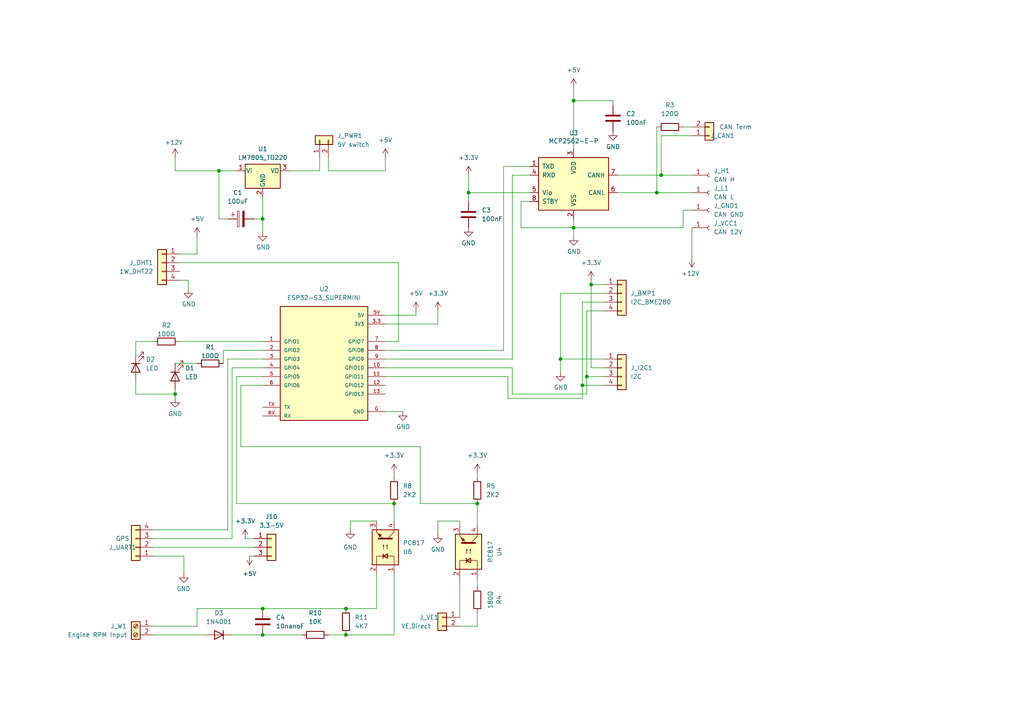
<source format=kicad_sch>
(kicad_sch (version 20231120) (generator "eeschema") (generator_version "8.0")
  (paper "A4")
  (lib_symbols
    (symbol "Connector:Conn_01x01_Socket" (pin_names (offset 1.016) hide)
      (property "Reference" "J" (at 0 2.54 0))
      (property "Value" "Conn_01x01_Socket" (at 0 -2.54 0))
      (symbol "Conn_01x01_Socket_1_1"
        (polyline (pts (xy -1.27 0) (xy -0.508 0)) (stroke (width 0.1524)))
        (arc (start 0 0.508) (mid -0.5058 0) (end 0 -0.508) (stroke (width 0.1524)))
        (pin passive line (at -5.08 0 0) (length 3.81) (name "Pin_1") (number "1"))
      )
    )
    (symbol "Connector:Screw_Terminal_01x02" (pin_names (offset 1.016) hide)
      (property "Reference" "J" (at 0 2.54 0))
      (property "Value" "Screw_Terminal_01x02" (at 0 -5.08 0))
      (symbol "Screw_Terminal_01x02_1_1"
        (rectangle (start -1.27 1.27) (end 1.27 -3.81) (stroke (width 0.254)) (fill (type background)))
        (circle (center 0 -2.54) (radius 0.635) (stroke (width 0.1524)))
        (polyline (pts (xy -0.5334 -2.2098) (xy 0.3302 -3.048)) (stroke (width 0.1524)))
        (polyline (pts (xy -0.5334 0.3302) (xy 0.3302 -0.508)) (stroke (width 0.1524)))
        (polyline (pts (xy -0.3556 -2.032) (xy 0.508 -2.8702)) (stroke (width 0.1524)))
        (polyline (pts (xy -0.3556 0.508) (xy 0.508 -0.3302)) (stroke (width 0.1524)))
        (circle (center 0 0) (radius 0.635) (stroke (width 0.1524)))
        (pin passive line (at -5.08 0 0) (length 3.81) (name "Pin_1") (number "1"))
        (pin passive line (at -5.08 -2.54 0) (length 3.81) (name "Pin_2") (number "2"))
      )
    )
    (symbol "Connector_Generic:Conn_01x02" (pin_names (offset 1.016) hide)
      (property "Reference" "J" (at 0 2.54 0))
      (property "Value" "Conn_01x02" (at 0 -5.08 0))
      (symbol "Conn_01x02_1_1"
        (rectangle (start -1.27 -2.413) (end 0 -2.667) (stroke (width 0.1524)))
        (rectangle (start -1.27 0.127) (end 0 -0.127) (stroke (width 0.1524)))
        (rectangle (start -1.27 1.27) (end 1.27 -3.81) (stroke (width 0.254)) (fill (type background)))
        (pin passive line (at -5.08 0 0) (length 3.81) (name "Pin_1") (number "1"))
        (pin passive line (at -5.08 -2.54 0) (length 3.81) (name "Pin_2") (number "2"))
      )
    )
    (symbol "Connector_Generic:Conn_01x03" (pin_names (offset 1.016) hide)
      (property "Reference" "J" (at 0 5.08 0))
      (property "Value" "Conn_01x03" (at 0 -5.08 0))
      (symbol "Conn_01x03_1_1"
        (rectangle (start -1.27 -2.413) (end 0 -2.667) (stroke (width 0.1524)))
        (rectangle (start -1.27 0.127) (end 0 -0.127) (stroke (width 0.1524)))
        (rectangle (start -1.27 2.667) (end 0 2.413) (stroke (width 0.1524)))
        (rectangle (start -1.27 3.81) (end 1.27 -3.81) (stroke (width 0.254)) (fill (type background)))
        (pin passive line (at -5.08 2.54 0) (length 3.81) (name "Pin_1") (number "1"))
        (pin passive line (at -5.08 0 0) (length 3.81) (name "Pin_2") (number "2"))
        (pin passive line (at -5.08 -2.54 0) (length 3.81) (name "Pin_3") (number "3"))
      )
    )
    (symbol "Connector_Generic:Conn_01x04" (pin_names (offset 1.016) hide)
      (property "Reference" "J" (at 0 5.08 0))
      (property "Value" "Conn_01x04" (at 0 -7.62 0))
      (symbol "Conn_01x04_1_1"
        (rectangle (start -1.27 -4.953) (end 0 -5.207) (stroke (width 0.1524)))
        (rectangle (start -1.27 -2.413) (end 0 -2.667) (stroke (width 0.1524)))
        (rectangle (start -1.27 0.127) (end 0 -0.127) (stroke (width 0.1524)))
        (rectangle (start -1.27 2.667) (end 0 2.413) (stroke (width 0.1524)))
        (rectangle (start -1.27 3.81) (end 1.27 -6.35) (stroke (width 0.254)) (fill (type background)))
        (pin passive line (at -5.08 2.54 0) (length 3.81) (name "Pin_1") (number "1"))
        (pin passive line (at -5.08 0 0) (length 3.81) (name "Pin_2") (number "2"))
        (pin passive line (at -5.08 -2.54 0) (length 3.81) (name "Pin_3") (number "3"))
        (pin passive line (at -5.08 -5.08 0) (length 3.81) (name "Pin_4") (number "4"))
      )
    )
    (symbol "Device:C" (pin_numbers hide) (pin_names (offset 0.254))
      (property "Reference" "C" (at 0.635 2.54 0))
      (property "Value" "C" (at 0.635 -2.54 0))
      (symbol "C_0_1"
        (polyline (pts (xy -2.032 -0.762) (xy 2.032 -0.762)) (stroke (width 0.508)))
        (polyline (pts (xy -2.032 0.762) (xy 2.032 0.762)) (stroke (width 0.508)))
      )
      (symbol "C_1_1"
        (pin passive line (at 0 3.81 270) (length 2.794) (name "~") (number "1"))
        (pin passive line (at 0 -3.81 90) (length 2.794) (name "~") (number "2"))
      )
    )
    (symbol "Device:C_Polarized" (pin_numbers hide) (pin_names (offset 0.254))
      (property "Reference" "C" (at 0.635 2.54 0))
      (property "Value" "C_Polarized" (at 0.635 -2.54 0))
      (symbol "C_Polarized_0_1"
        (rectangle (start -2.286 0.508) (end 2.286 1.016))
        (polyline (pts (xy -1.778 2.286) (xy -0.762 2.286)))
        (polyline (pts (xy -1.27 2.794) (xy -1.27 1.778)))
        (rectangle (start 2.286 -0.508) (end -2.286 -1.016) (fill (type outline)))
      )
      (symbol "C_Polarized_1_1"
        (pin passive line (at 0 3.81 270) (length 2.794) (name "~") (number "1"))
        (pin passive line (at 0 -3.81 90) (length 2.794) (name "~") (number "2"))
      )
    )
    (symbol "Device:LED" (pin_numbers hide) (pin_names (offset 1.016) hide)
      (property "Reference" "D" (at 0 2.54 0))
      (property "Value" "LED" (at 0 -2.54 0))
      (symbol "LED_0_1"
        (polyline (pts (xy -1.27 -1.27) (xy -1.27 1.27)) (stroke (width 0.254)))
        (polyline (pts (xy -1.27 0) (xy 1.27 0)))
        (polyline (pts (xy 1.27 -1.27) (xy 1.27 1.27) (xy -1.27 0) (xy 1.27 -1.27)) (stroke (width 0.254)))
        (polyline (pts (xy -3.048 -0.762) (xy -4.572 -2.286) (xy -3.81 -2.286) (xy -4.572 -2.286) (xy -4.572 -1.524)))
        (polyline (pts (xy -1.778 -0.762) (xy -3.302 -2.286) (xy -2.54 -2.286) (xy -3.302 -2.286) (xy -3.302 -1.524)))
      )
      (symbol "LED_1_1"
        (pin passive line (at -3.81 0 0) (length 2.54) (name "K") (number "1"))
        (pin passive line (at 3.81 0 180) (length 2.54) (name "A") (number "2"))
      )
    )
    (symbol "Device:R" (pin_numbers hide) (pin_names (offset 0))
      (property "Reference" "R" (at 2.032 0 90))
      (property "Value" "R" (at 0 0 90))
      (symbol "R_0_1"
        (rectangle (start -1.016 -2.54) (end 1.016 2.54) (stroke (width 0.254)))
      )
      (symbol "R_1_1"
        (pin passive line (at 0 3.81 270) (length 1.27) (name "~") (number "1"))
        (pin passive line (at 0 -3.81 90) (length 1.27) (name "~") (number "2"))
      )
    )
    (symbol "Diode:1N4001" (pin_numbers hide) (pin_names hide)
      (property "Reference" "D" (at 0 2.54 0))
      (property "Value" "1N4001" (at 0 -2.54 0))
      (symbol "1N4001_0_1"
        (polyline (pts (xy -1.27 1.27) (xy -1.27 -1.27)) (stroke (width 0.254)))
        (polyline (pts (xy 1.27 0) (xy -1.27 0)))
        (polyline (pts (xy 1.27 1.27) (xy 1.27 -1.27) (xy -1.27 0) (xy 1.27 1.27)) (stroke (width 0.254)))
      )
      (symbol "1N4001_1_1"
        (pin passive line (at -3.81 0 0) (length 2.54) (name "K") (number "1"))
        (pin passive line (at 3.81 0 180) (length 2.54) (name "A") (number "2"))
      )
    )
    (symbol "Espressif:ESP32-S3_SUPERMINI" (pin_names (offset 1.016))
      (property "Reference" "U" (at -12.7 16.002 0))
      (property "Value" "ESP32-S3_SUPERMINI" (at -12.7 -20.32 0))
      (symbol "ESP32-S3_SUPERMINI_0_0"
        (rectangle (start -12.7 -17.78) (end 12.7 15.24) (stroke (width 0.254)) (fill (type background)))
        (pin bidirectional line (at -17.78 5.08 0) (length 5.08) (name "GPIO1") (number "1"))
        (pin bidirectional line (at 17.78 -2.54 180) (length 5.08) (name "GPIO10") (number "10"))
        (pin bidirectional line (at -17.78 2.54 0) (length 5.08) (name "GPIO2") (number "2"))
        (pin bidirectional line (at -17.78 0 0) (length 5.08) (name "GPIO3") (number "3"))
        (pin power_in line (at 17.78 10.16 180) (length 5.08) (name "3V3") (number "3.3"))
        (pin bidirectional line (at -17.78 -2.54 0) (length 5.08) (name "GPIO4") (number "4"))
        (pin bidirectional line (at -17.78 -5.08 0) (length 5.08) (name "GPIO5") (number "5"))
        (pin power_in line (at 17.78 12.7 180) (length 5.08) (name "5V") (number "5V"))
        (pin bidirectional line (at -17.78 -7.62 0) (length 5.08) (name "GPIO6") (number "6"))
        (pin bidirectional line (at 17.78 5.08 180) (length 5.08) (name "GPIO7") (number "7"))
        (pin bidirectional line (at 17.78 2.54 180) (length 5.08) (name "GPIO8") (number "8"))
        (pin bidirectional line (at 17.78 0 180) (length 5.08) (name "GPIO9") (number "9"))
        (pin power_in line (at 17.78 -15.24 180) (length 5.08) (name "GND") (number "G"))
      )
      (symbol "ESP32-S3_SUPERMINI_1_0"
        (pin bidirectional line (at 17.78 -5.08 180) (length 5.08) (name "GPIO11") (number "11"))
        (pin bidirectional line (at 17.78 -7.62 180) (length 5.08) (name "GPIO12") (number "12"))
        (pin bidirectional line (at 17.78 -10.16 180) (length 5.08) (name "GPIO13") (number "13"))
        (pin bidirectional line (at -17.78 -16.51 0) (length 5.08) (name "RX") (number "RX"))
        (pin bidirectional line (at -17.78 -13.97 0) (length 5.08) (name "TX") (number "TX"))
      )
    )
    (symbol "GND_1" (power) (pin_numbers hide) (pin_names (offset 0) hide)
      (property "Value" "GND" (at 0 -3.81 0))
      (symbol "GND_1_0_1"
        (polyline (pts (xy 0 0) (xy 0 -1.27) (xy 1.27 -1.27) (xy 0 -2.54) (xy -1.27 -1.27) (xy 0 -1.27)))
      )
      (symbol "GND_1_1_1"
        (pin power_in line (at 0 0 270) (length 0) (name "~") (number "1"))
      )
    )
    (symbol "Interface_CAN_LIN:MCP2562-E-P" (pin_names (offset 1.016))
      (property "Reference" "U" (at -10.16 8.89 0))
      (property "Value" "MCP2562-E-P" (at 2.54 8.89 0))
      (symbol "MCP2562-E-P_0_1"
        (rectangle (start -10.16 7.62) (end 10.16 -7.62) (stroke (width 0.254)) (fill (type background)))
      )
      (symbol "MCP2562-E-P_1_1"
        (pin input line (at -12.7 5.08 0) (length 2.54) (name "TXD") (number "1"))
        (pin power_in line (at 0 -10.16 90) (length 2.54) (name "VSS") (number "2"))
        (pin power_in line (at 0 10.16 270) (length 2.54) (name "VDD") (number "3"))
        (pin output line (at -12.7 2.54 0) (length 2.54) (name "RXD") (number "4"))
        (pin power_in line (at -12.7 -2.54 0) (length 2.54) (name "Vio") (number "5"))
        (pin bidirectional line (at 12.7 -2.54 180) (length 2.54) (name "CANL") (number "6"))
        (pin bidirectional line (at 12.7 2.54 180) (length 2.54) (name "CANH") (number "7"))
        (pin input line (at -12.7 -5.08 0) (length 2.54) (name "STBY") (number "8"))
      )
    )
    (symbol "Isolator:PC817" (pin_names (offset 1.016))
      (property "Reference" "U" (at -5.08 5.08 0))
      (property "Value" "PC817" (at 0 5.08 0))
      (symbol "PC817_0_1"
        (rectangle (start -5.08 3.81) (end 5.08 -3.81) (stroke (width 0.254)) (fill (type background)))
        (polyline (pts (xy -3.175 -0.635) (xy -1.905 -0.635)) (stroke (width 0.254)))
        (polyline (pts (xy 2.54 0.635) (xy 4.445 2.54)))
        (polyline (pts (xy 4.445 -2.54) (xy 2.54 -0.635)) (fill (type outline)))
        (polyline (pts (xy 4.445 -2.54) (xy 5.08 -2.54)))
        (polyline (pts (xy 4.445 2.54) (xy 5.08 2.54)))
        (polyline (pts (xy -5.08 2.54) (xy -2.54 2.54) (xy -2.54 -0.635)))
        (polyline (pts (xy -2.54 -0.635) (xy -2.54 -2.54) (xy -5.08 -2.54)))
        (polyline (pts (xy 2.54 1.905) (xy 2.54 -1.905) (xy 2.54 -1.905)) (stroke (width 0.508)))
        (polyline (pts (xy -2.54 -0.635) (xy -3.175 0.635) (xy -1.905 0.635) (xy -2.54 -0.635)) (stroke (width 0.254)))
        (polyline (pts (xy -0.508 -0.508) (xy 0.762 -0.508) (xy 0.381 -0.635) (xy 0.381 -0.381) (xy 0.762 -0.508)))
        (polyline (pts (xy -0.508 0.508) (xy 0.762 0.508) (xy 0.381 0.381) (xy 0.381 0.635) (xy 0.762 0.508)))
        (polyline (pts (xy 3.048 -1.651) (xy 3.556 -1.143) (xy 4.064 -2.159) (xy 3.048 -1.651) (xy 3.048 -1.651)) (fill (type outline)))
      )
      (symbol "PC817_1_1"
        (pin passive line (at -7.62 2.54 0) (length 2.54) (name "~") (number "1"))
        (pin passive line (at -7.62 -2.54 0) (length 2.54) (name "~") (number "2"))
        (pin passive line (at 7.62 -2.54 180) (length 2.54) (name "~") (number "3"))
        (pin passive line (at 7.62 2.54 180) (length 2.54) (name "~") (number "4"))
      )
    )
    (symbol "Regulator_Linear:LM7805_TO220" (pin_names (offset 0.254))
      (property "Reference" "U" (at -3.81 3.175 0))
      (property "Value" "LM7805_TO220" (at 0 3.175 0))
      (symbol "LM7805_TO220_0_1"
        (rectangle (start -5.08 1.905) (end 5.08 -5.08) (stroke (width 0.254)) (fill (type background)))
      )
      (symbol "LM7805_TO220_1_1"
        (pin power_in line (at -7.62 0 0) (length 2.54) (name "VI") (number "1"))
        (pin power_in line (at 0 -7.62 90) (length 2.54) (name "GND") (number "2"))
        (pin power_out line (at 7.62 0 180) (length 2.54) (name "VO") (number "3"))
      )
    )
    (symbol "power:+12V" (power) (pin_names (offset 0))
      (property "Value" "+12V" (at 0 3.556 0))
      (symbol "+12V_0_1"
        (polyline (pts (xy -0.762 1.27) (xy 0 2.54)))
        (polyline (pts (xy 0 0) (xy 0 2.54)))
        (polyline (pts (xy 0 2.54) (xy 0.762 1.27)))
      )
      (symbol "+12V_1_1"
        (pin power_in line (at 0 0 90) (length 0) hide (name "+12V") (number "1"))
      )
    )
    (symbol "power:+3.3V" (power) (pin_names (offset 0))
      (property "Value" "+3.3V" (at 0 3.556 0))
      (symbol "+3.3V_0_1"
        (polyline (pts (xy -0.762 1.27) (xy 0 2.54)))
        (polyline (pts (xy 0 0) (xy 0 2.54)))
        (polyline (pts (xy 0 2.54) (xy 0.762 1.27)))
      )
      (symbol "+3.3V_1_1"
        (pin power_in line (at 0 0 90) (length 0) hide (name "+3.3V") (number "1"))
      )
    )
    (symbol "power:+5V" (power) (pin_names (offset 0))
      (property "Value" "+5V" (at 0 3.556 0))
      (symbol "+5V_0_1"
        (polyline (pts (xy -0.762 1.27) (xy 0 2.54)))
        (polyline (pts (xy 0 0) (xy 0 2.54)))
        (polyline (pts (xy 0 2.54) (xy 0.762 1.27)))
      )
      (symbol "+5V_1_1"
        (pin power_in line (at 0 0 90) (length 0) hide (name "+5V") (number "1"))
      )
    )
    (symbol "power:GND" (power) (pin_names (offset 0))
      (property "Value" "GND" (at 0 -3.81 0))
      (symbol "GND_0_1"
        (polyline (pts (xy 0 0) (xy 0 -1.27) (xy 1.27 -1.27) (xy 0 -2.54) (xy -1.27 -1.27) (xy 0 -1.27)))
      )
      (symbol "GND_1_1"
        (pin power_in line (at 0 0 270) (length 0) hide (name "GND") (number "1"))
      )
    )
  )
  (junction (at 135.89 55.88))
  (junction (at 50.8 114.3))
  (junction (at 76.2 184.15))
  (junction (at 100.33 176.53))
  (junction (at 166.37 66.04))
  (junction (at 100.33 184.15))
  (junction (at 162.56 104.14))
  (junction (at 168.91 111.76))
  (junction (at 166.37 29.21))
  (junction (at 114.3 146.05))
  (junction (at 191.77 50.8))
  (junction (at 63.5 49.53))
  (junction (at 170.18 109.22))
  (junction (at 171.45 82.55))
  (junction (at 76.2 63.5))
  (junction (at 76.2 176.53))
  (junction (at 190.5 55.88))
  (junction (at 138.43 146.05))
  (wire (pts (xy 111.76 91.44) (xy 120.65 91.44)))
  (wire (pts (xy 54.61 81.28) (xy 54.61 83.82)))
  (wire (pts (xy 57.15 181.61) (xy 44.45 181.61)))
  (wire (pts (xy 170.18 90.17) (xy 170.18 109.22)))
  (wire (pts (xy 151.13 58.42) (xy 153.67 58.42)))
  (wire (pts (xy 162.56 104.14) (xy 175.26 104.14)))
  (wire (pts (xy 148.59 50.8) (xy 148.59 104.14)))
  (wire (pts (xy 151.13 66.04) (xy 166.37 66.04)))
  (wire (pts (xy 135.89 55.88) (xy 153.67 55.88)))
  (wire (pts (xy 39.37 99.06) (xy 39.37 102.87)))
  (wire (pts (xy 168.91 111.76) (xy 175.26 111.76)))
  (wire (pts (xy 146.05 48.26) (xy 146.05 101.6)))
  (wire (pts (xy 191.77 39.37) (xy 191.77 50.8)))
  (wire (pts (xy 151.13 58.42) (xy 151.13 66.04)))
  (wire (pts (xy 168.91 111.76) (xy 168.91 115.57)))
  (wire (pts (xy 111.76 109.22) (xy 147.32 109.22)))
  (wire (pts (xy 147.32 109.22) (xy 147.32 115.57)))
  (wire (pts (xy 52.07 73.66) (xy 57.15 73.66)))
  (wire (pts (xy 76.2 184.15) (xy 87.63 184.15)))
  (wire (pts (xy 190.5 36.83) (xy 190.5 55.88)))
  (wire (pts (xy 50.8 49.53) (xy 63.5 49.53)))
  (wire (pts (xy 114.3 137.16) (xy 114.3 138.43)))
  (wire (pts (xy 177.8 30.48) (xy 177.8 29.21)))
  (wire (pts (xy 115.57 99.06) (xy 115.57 76.2)))
  (wire (pts (xy 166.37 29.21) (xy 177.8 29.21)))
  (wire (pts (xy 200.66 66.04) (xy 200.66 74.93)))
  (wire (pts (xy 83.82 49.53) (xy 92.71 49.53)))
  (wire (pts (xy 66.04 104.14) (xy 66.04 153.67)))
  (wire (pts (xy 114.3 146.05) (xy 114.3 151.13)))
  (wire (pts (xy 109.22 151.13) (xy 101.6 151.13)))
  (wire (pts (xy 147.32 115.57) (xy 168.91 115.57)))
  (wire (pts (xy 127 151.13) (xy 127 154.94)))
  (wire (pts (xy 109.22 176.53) (xy 100.33 176.53)))
  (wire (pts (xy 138.43 167.64) (xy 138.43 170.18)))
  (wire (pts (xy 111.76 106.68) (xy 148.59 106.68)))
  (wire (pts (xy 138.43 138.43) (xy 138.43 137.16)))
  (wire (pts (xy 63.5 49.53) (xy 68.58 49.53)))
  (wire (pts (xy 64.77 101.6) (xy 76.2 101.6)))
  (wire (pts (xy 67.31 184.15) (xy 76.2 184.15)))
  (wire (pts (xy 95.25 184.15) (xy 100.33 184.15)))
  (wire (pts (xy 200.66 36.83) (xy 198.12 36.83)))
  (wire (pts (xy 57.15 176.53) (xy 57.15 181.61)))
  (wire (pts (xy 170.18 90.17) (xy 175.26 90.17)))
  (wire (pts (xy 133.35 152.4) (xy 133.35 151.13)))
  (wire (pts (xy 170.18 114.3) (xy 170.18 109.22)))
  (wire (pts (xy 111.76 101.6) (xy 146.05 101.6)))
  (wire (pts (xy 162.56 85.09) (xy 162.56 104.14)))
  (wire (pts (xy 133.35 167.64) (xy 133.35 179.07)))
  (wire (pts (xy 175.26 82.55) (xy 171.45 82.55)))
  (wire (pts (xy 69.85 129.54) (xy 121.92 129.54)))
  (wire (pts (xy 52.07 76.2) (xy 115.57 76.2)))
  (wire (pts (xy 50.8 113.03) (xy 50.8 114.3)))
  (wire (pts (xy 66.04 104.14) (xy 76.2 104.14)))
  (wire (pts (xy 121.92 129.54) (xy 121.92 146.05)))
  (wire (pts (xy 138.43 177.8) (xy 138.43 181.61)))
  (wire (pts (xy 67.31 106.68) (xy 67.31 156.21)))
  (wire (pts (xy 44.45 158.75) (xy 73.66 158.75)))
  (wire (pts (xy 44.45 156.21) (xy 67.31 156.21)))
  (wire (pts (xy 111.76 45.72) (xy 111.76 49.53)))
  (wire (pts (xy 50.8 45.72) (xy 50.8 49.53)))
  (wire (pts (xy 200.66 60.96) (xy 198.12 60.96)))
  (wire (pts (xy 200.66 50.8) (xy 191.77 50.8)))
  (wire (pts (xy 166.37 29.21) (xy 166.37 43.18)))
  (wire (pts (xy 68.58 109.22) (xy 76.2 109.22)))
  (wire (pts (xy 171.45 82.55) (xy 171.45 106.68)))
  (wire (pts (xy 92.71 45.72) (xy 92.71 49.53)))
  (wire (pts (xy 120.65 91.44) (xy 120.65 90.17)))
  (wire (pts (xy 50.8 114.3) (xy 50.8 115.57)))
  (wire (pts (xy 69.85 111.76) (xy 76.2 111.76)))
  (wire (pts (xy 148.59 50.8) (xy 153.67 50.8)))
  (wire (pts (xy 200.66 39.37) (xy 191.77 39.37)))
  (wire (pts (xy 111.76 93.98) (xy 127 93.98)))
  (wire (pts (xy 198.12 60.96) (xy 198.12 66.04)))
  (wire (pts (xy 146.05 48.26) (xy 153.67 48.26)))
  (wire (pts (xy 121.92 146.05) (xy 138.43 146.05)))
  (wire (pts (xy 116.84 119.38) (xy 111.76 119.38)))
  (wire (pts (xy 171.45 81.28) (xy 171.45 82.55)))
  (wire (pts (xy 111.76 104.14) (xy 148.59 104.14)))
  (wire (pts (xy 95.25 49.53) (xy 111.76 49.53)))
  (wire (pts (xy 166.37 63.5) (xy 166.37 66.04)))
  (wire (pts (xy 190.5 55.88) (xy 200.66 55.88)))
  (wire (pts (xy 166.37 66.04) (xy 198.12 66.04)))
  (wire (pts (xy 111.76 99.06) (xy 115.57 99.06)))
  (wire (pts (xy 166.37 66.04) (xy 166.37 68.58)))
  (wire (pts (xy 52.07 99.06) (xy 76.2 99.06)))
  (wire (pts (xy 179.07 50.8) (xy 191.77 50.8)))
  (wire (pts (xy 162.56 104.14) (xy 162.56 107.95)))
  (wire (pts (xy 100.33 184.15) (xy 114.3 184.15)))
  (wire (pts (xy 76.2 57.15) (xy 76.2 63.5)))
  (wire (pts (xy 168.91 87.63) (xy 168.91 111.76)))
  (wire (pts (xy 63.5 63.5) (xy 66.04 63.5)))
  (wire (pts (xy 148.59 114.3) (xy 170.18 114.3)))
  (wire (pts (xy 175.26 106.68) (xy 171.45 106.68)))
  (wire (pts (xy 109.22 166.37) (xy 109.22 176.53)))
  (wire (pts (xy 135.89 55.88) (xy 135.89 58.42)))
  (wire (pts (xy 114.3 166.37) (xy 114.3 184.15)))
  (wire (pts (xy 162.56 85.09) (xy 175.26 85.09)))
  (wire (pts (xy 64.77 101.6) (xy 64.77 105.41)))
  (wire (pts (xy 39.37 99.06) (xy 44.45 99.06)))
  (wire (pts (xy 101.6 151.13) (xy 101.6 153.67)))
  (wire (pts (xy 135.89 50.8) (xy 135.89 55.88)))
  (wire (pts (xy 57.15 68.58) (xy 57.15 73.66)))
  (wire (pts (xy 73.66 63.5) (xy 76.2 63.5)))
  (wire (pts (xy 133.35 181.61) (xy 138.43 181.61)))
  (wire (pts (xy 166.37 25.4) (xy 166.37 29.21)))
  (wire (pts (xy 69.85 129.54) (xy 69.85 111.76)))
  (wire (pts (xy 95.25 45.72) (xy 95.25 49.53)))
  (wire (pts (xy 53.34 161.29) (xy 53.34 166.37)))
  (wire (pts (xy 148.59 106.68) (xy 148.59 114.3)))
  (wire (pts (xy 54.61 81.28) (xy 52.07 81.28)))
  (wire (pts (xy 44.45 153.67) (xy 66.04 153.67)))
  (wire (pts (xy 39.37 110.49) (xy 39.37 114.3)))
  (wire (pts (xy 57.15 176.53) (xy 76.2 176.53)))
  (wire (pts (xy 138.43 152.4) (xy 138.43 146.05)))
  (wire (pts (xy 168.91 87.63) (xy 175.26 87.63)))
  (wire (pts (xy 72.39 161.29) (xy 73.66 161.29)))
  (wire (pts (xy 127 90.17) (xy 127 93.98)))
  (wire (pts (xy 68.58 146.05) (xy 68.58 109.22)))
  (wire (pts (xy 44.45 161.29) (xy 53.34 161.29)))
  (wire (pts (xy 76.2 63.5) (xy 76.2 67.31)))
  (wire (pts (xy 44.45 184.15) (xy 59.69 184.15)))
  (wire (pts (xy 50.8 105.41) (xy 57.15 105.41)))
  (wire (pts (xy 68.58 146.05) (xy 114.3 146.05)))
  (wire (pts (xy 133.35 151.13) (xy 127 151.13)))
  (wire (pts (xy 179.07 55.88) (xy 190.5 55.88)))
  (wire (pts (xy 73.66 156.21) (xy 71.12 156.21)))
  (wire (pts (xy 39.37 114.3) (xy 50.8 114.3)))
  (wire (pts (xy 76.2 176.53) (xy 100.33 176.53)))
  (wire (pts (xy 76.2 106.68) (xy 67.31 106.68)))
  (wire (pts (xy 63.5 49.53) (xy 63.5 63.5)))
  (wire (pts (xy 170.18 109.22) (xy 175.26 109.22)))
  (symbol (lib_id "power:GND") (at 76.2 67.31 0) (unit 1)
    (property "Reference" "#PWR04" (effects (hide yes)))
    (property "Value" "GND" (at 76.327 71.7042 0))
  )
  (symbol (lib_id "power:+12V") (at 50.8 45.72 0) (mirror y) (unit 1)
    (property "Reference" "#PWR01" (effects (hide yes)))
    (property "Value" "+12V" (at 50.419 41.3258 0))
  )
  (symbol (lib_id "Interface_CAN_LIN:MCP2562-E-P") (at 166.37 53.34 0) (unit 1)
    (property "Reference" "U3" (at 166.37 38.5826 0))
    (property "Value" "MCP2562-E-P" (at 166.37 40.894 0))
    (property "Footprint" "Package_DIP:DIP-8_W7.62mm" (effects (hide yes)))
    (property "Datasheet" "http://ww1.microchip.com/downloads/en/DeviceDoc/25167A.pdf" (effects (hide yes)))
  )
  (symbol (lib_id "power:GND") (at 166.37 68.58 0) (unit 1)
    (property "Reference" "#PWR0102" (effects (hide yes)))
    (property "Value" "GND" (at 166.497 72.9742 0))
  )
  (symbol (lib_id "power:+5V") (at 72.39 161.29 180) (unit 1)
    (property "Reference" "#PWR019" (effects (hide yes)))
    (property "Value" "+5V" (at 72.39 166.37 0))
  )
  (symbol (lib_id "Device:R") (at 114.3 142.24 0) (unit 1)
    (property "Reference" "R8" (at 116.84 140.9699 0) (effects (justify left)))
    (property "Value" "2K2" (at 116.84 143.5099 0) (effects (justify left)))
    (property "Footprint" "Resistor_THT:R_Axial_DIN0207_L6.3mm_D2.5mm_P7.62mm_Horizontal" (effects (hide yes)))
    (property "Description" "Resistor" (effects (hide yes)))
  )
  (symbol (lib_id "power:+3.3V") (at 138.43 137.16 0) (unit 1)
    (property "Reference" "#PWR017" (effects (hide yes)))
    (property "Value" "+3.3V" (at 138.43 132.08 0))
  )
  (symbol (lib_id "power:+3.3V") (at 114.3 137.16 0) (unit 1)
    (property "Reference" "#PWR020" (effects (hide yes)))
    (property "Value" "+3.3V" (at 114.3 132.08 0))
  )
  (symbol (lib_id "Espressif:ESP32-S3_SUPERMINI") (at 93.98 104.14 0) (unit 1)
    (property "Reference" "U2" (at 93.98 83.82 0))
    (property "Value" "ESP32-S3_SUPERMINI" (at 93.98 86.36 0))
    (property "Footprint" "Library:WAVESHARE_DEVKIT_ESP32-S3-ZERO" (effects (hide yes)))
    (property "MF" "Espressif Systems" (effects (hide yes)))
    (property "MAXIMUM_PACKAGE_HEIGHT" "4.2mm" (effects (hide yes)))
    (property "Package" "Package" (effects (hide yes)))
    (property "Price" "None" (effects (hide yes)))
    (property "STANDARD" "Manufacturer Recommendations" (effects (hide yes)))
    (property "MP" "ESP32-S3 SuperMini" (effects (hide yes)))
    (property "Description_1" "Super tiny ESP32-S3 board\n" (effects (hide yes)))
    (property "Availability" "Not in stock" (effects (hide yes)))
    (property "MANUFACTURER" "Espressif" (effects (hide yes)))
  )
  (symbol (lib_id "power:+3.3V") (at 71.12 156.21 0) (mirror y) (unit 1)
    (property "Reference" "#PWR09" (effects (hide yes)))
    (property "Value" "+3.3V" (at 71.12 151.13 0))
  )
  (symbol (lib_id "Connector_Generic:Conn_01x02") (at 128.27 179.07 0) (mirror y) (unit 1)
    (property "Reference" "J_VE1" (at 124.46 179.07 0))
    (property "Value" "VE.Direct" (at 120.65 181.61 0))
    (property "Footprint" "Connector_JST:JST_PH_B2B-PH-K_1x02_P2.00mm_Vertical" (effects (hide yes)))
  )
  (symbol (lib_id "Isolator:PC817") (at 111.76 158.75 270) (mirror x) (unit 1)
    (property "Reference" "U6" (at 116.84 160.0201 90) (effects (justify left)))
    (property "Value" "PC817" (at 116.84 157.4801 90) (effects (justify left)))
    (property "Footprint" "Package_DIP:DIP-4_W7.62mm" (effects (hide yes)))
    (property "Datasheet" "http://www.soselectronic.cz/a_info/resource/d/pc817.pdf" (effects (hide yes)))
    (property "Description" "DC Optocoupler, Vce 35V, CTR 50-300%, DIP-4" (effects (hide yes)))
  )
  (symbol (lib_id "power:+5V") (at 111.76 45.72 0) (unit 1)
    (property "Reference" "#PWR014" (effects (hide yes)))
    (property "Value" "+5V" (at 111.76 40.64 0))
  )
  (symbol (lib_id "Device:R") (at 138.43 173.99 0) (unit 1)
    (property "Reference" "R4" (at 144.78 173.99 90))
    (property "Value" "180Ω" (at 142.24 173.99 90))
    (property "Footprint" "Resistor_THT:R_Axial_DIN0207_L6.3mm_D2.5mm_P7.62mm_Horizontal" (effects (hide yes)))
  )
  (symbol (lib_id "power:GND") (at 116.84 119.38 0) (unit 1)
    (property "Reference" "#PWR05" (effects (hide yes)))
    (property "Value" "GND" (at 116.967 123.7742 0))
  )
  (symbol (lib_id "power:+3.3V") (at 127 90.17 0) (unit 1)
    (property "Reference" "#PWR010" (effects (hide yes)))
    (property "Value" "+3.3V" (at 127 85.09 0))
  )
  (symbol (lib_id "Connector_Generic:Conn_01x04") (at 180.34 85.09 0) (unit 1)
    (property "Reference" "J_BMP1" (at 182.88 85.0899 0) (effects (justify left)))
    (property "Value" "I2C_BME280" (at 182.88 87.6299 0) (effects (justify left)))
    (property "Footprint" "Connector_PinHeader_2.54mm:PinHeader_1x04_P2.54mm_Vertical" (effects (hide yes)))
  )
  (symbol (lib_id "Isolator:PC817") (at 135.89 160.02 270) (mirror x) (unit 1)
    (property "Reference" "U4" (at 144.78 160.02 0))
    (property "Value" "PC817" (at 142.24 160.02 0))
    (property "Footprint" "Package_DIP:DIP-4_W7.62mm" (effects (hide yes)))
    (property "Datasheet" "http://www.soselectronic.cz/a_info/resource/d/pc817.pdf" (effects (hide yes)))
  )
  (symbol (lib_id "power:+3.3V") (at 171.45 81.28 0) (unit 1)
    (property "Reference" "#PWR012" (effects (hide yes)))
    (property "Value" "+3.3V" (at 171.45 76.2 0))
  )
  (symbol (lib_id "Connector_Generic:Conn_01x02") (at 205.74 39.37 0) (mirror x) (unit 1)
    (property "Reference" "J_CAN1" (at 209.55 39.37 0))
    (property "Value" "CAN Term" (at 213.36 36.83 0))
    (property "Footprint" "Connector_PinHeader_2.54mm:PinHeader_1x02_P2.54mm_Vertical" (effects (hide yes)))
  )
  (symbol (lib_id "power:GND") (at 53.34 166.37 0) (mirror y) (unit 1)
    (property "Reference" "#PWR07" (effects (hide yes)))
    (property "Value" "GND" (at 53.213 170.7642 0))
  )
  (symbol (lib_id "power:+5V") (at 57.15 68.58 0) (unit 1)
    (property "Reference" "#PWR016" (effects (hide yes)))
    (property "Value" "+5V" (at 57.15 63.5 0))
  )
  (symbol (lib_id "power:GND") (at 177.8 38.1 0) (unit 1)
    (property "Reference" "#PWR02" (effects (hide yes)))
    (property "Value" "GND" (at 177.8 42.5434 0))
  )
  (symbol (lib_id "Device:R") (at 60.96 105.41 90) (unit 1)
    (property "Reference" "R1" (at 60.96 100.6942 90))
    (property "Value" "100Ω" (at 60.96 103.2311 90))
    (property "Footprint" "Resistor_THT:R_Axial_DIN0207_L6.3mm_D2.5mm_P7.62mm_Horizontal" (effects (hide yes)))
  )
  (symbol (lib_id "Connector:Conn_01x01_Socket") (at 205.74 50.8 0) (unit 1)
    (property "Reference" "J_H1" (at 207.01 49.5299 0) (effects (justify left)))
    (property "Value" "CAN H" (at 207.01 52.0699 0) (effects (justify left)))
    (property "Footprint" "MountingHole:MountingHole_2.2mm_M2_DIN965_Pad_TopBottom" (effects (hide yes)))
    (property "Description" "Generic connector, single row, 01x01, script generated" (effects (hide yes)))
  )
  (symbol (lib_id "Device:R") (at 138.43 142.24 0) (unit 1)
    (property "Reference" "R5" (at 140.97 140.9699 0) (effects (justify left)))
    (property "Value" "2K2" (at 140.97 143.5099 0) (effects (justify left)))
    (property "Footprint" "Resistor_THT:R_Axial_DIN0207_L6.3mm_D2.5mm_P7.62mm_Horizontal" (effects (hide yes)))
  )
  (symbol (lib_id "Connector_Generic:Conn_01x04") (at 180.34 106.68 0) (unit 1)
    (property "Reference" "J_I2C1" (at 182.88 106.6799 0) (effects (justify left)))
    (property "Value" "I2C" (at 182.88 109.2199 0) (effects (justify left)))
    (property "Footprint" "Connector_JST:JST_PH_B4B-PH-K_1x04_P2.00mm_Vertical" (effects (hide yes)))
  )
  (symbol (lib_id "Device:C") (at 76.2 180.34 0) (unit 1)
    (property "Reference" "C4" (at 80.01 179.0699 0) (effects (justify left)))
    (property "Value" "10nanoF" (at 80.01 181.6099 0) (effects (justify left)))
    (property "Footprint" "Capacitor_THT:C_Disc_D7.0mm_W2.5mm_P5.00mm" (effects (hide yes)))
    (property "Description" "Unpolarized capacitor" (effects (hide yes)))
  )
  (symbol (lib_id "power:+12V") (at 200.66 74.93 180) (unit 1)
    (property "Reference" "#PWR03" (effects (hide yes)))
    (property "Value" "+12V" (at 200.279 79.3242 0))
  )
  (symbol (lib_id "Device:R") (at 48.26 99.06 90) (unit 1)
    (property "Reference" "R2" (at 48.26 94.3442 90))
    (property "Value" "100Ω" (at 48.26 96.8811 90))
    (property "Footprint" "Resistor_THT:R_Axial_DIN0207_L6.3mm_D2.5mm_P7.62mm_Horizontal" (effects (hide yes)))
  )
  (symbol (lib_id "Connector:Conn_01x01_Socket") (at 205.74 60.96 0) (unit 1)
    (property "Reference" "J_GND1" (at 207.01 59.6899 0) (effects (justify left)))
    (property "Value" "CAN GND" (at 207.01 62.2299 0) (effects (justify left)))
    (property "Footprint" "MountingHole:MountingHole_2.2mm_M2_DIN965_Pad_TopBottom" (effects (hide yes)))
    (property "Description" "Generic connector, single row, 01x01, script generated" (effects (hide yes)))
  )
  (symbol (lib_id "Device:R") (at 100.33 180.34 180) (unit 1)
    (property "Reference" "R11" (at 102.87 179.0699 0) (effects (justify right)))
    (property "Value" "4K7" (at 102.87 181.6099 0) (effects (justify right)))
    (property "Footprint" "Resistor_THT:R_Axial_DIN0207_L6.3mm_D2.5mm_P7.62mm_Horizontal" (effects (hide yes)))
    (property "Description" "Resistor" (effects (hide yes)))
  )
  (symbol (lib_id "Connector_Generic:Conn_01x02") (at 92.71 40.64 90) (unit 1)
    (property "Reference" "J_PWR1" (at 97.79 39.37 90) (effects (justify right)))
    (property "Value" "5V switch" (at 97.79 41.91 90) (effects (justify right)))
    (property "Footprint" "Connector_PinHeader_2.54mm:PinHeader_1x02_P2.54mm_Vertical" (effects (hide yes)))
  )
  (symbol (lib_id "Regulator_Linear:LM7805_TO220") (at 76.2 49.53 0) (unit 1)
    (property "Reference" "U1" (at 76.2 43.18 0))
    (property "Value" "LM7805_TO220" (at 76.2 45.72 0))
    (property "Footprint" "Package_TO_SOT_THT:TO-220-3_Vertical" (effects (hide yes)))
    (property "Datasheet" "https://www.onsemi.cn/PowerSolutions/document/MC7800-D.PDF" (effects (hide yes)))
    (property "Description" "Positive 1A 35V Linear Regulator, Fixed Output 5V, TO-220" (effects (hide yes)))
  )
  (symbol (lib_id "power:+5V") (at 120.65 90.17 0) (unit 1)
    (property "Reference" "#PWR013" (effects (hide yes)))
    (property "Value" "+5V" (at 120.65 85.09 0))
  )
  (symbol (lib_id "power:+3.3V") (at 135.89 50.8 0) (unit 1)
    (property "Reference" "#PWR011" (effects (hide yes)))
    (property "Value" "+3.3V" (at 135.89 45.72 0))
  )
  (symbol (lib_id "power:GND") (at 54.61 83.82 0) (unit 1)
    (property "Reference" "#PWR0101" (effects (hide yes)))
    (property "Value" "GND" (at 54.737 88.2142 0))
  )
  (symbol (lib_id "Connector:Conn_01x01_Socket") (at 205.74 66.04 0) (unit 1)
    (property "Reference" "J_VCC1" (at 207.01 64.7699 0) (effects (justify left)))
    (property "Value" "CAN 12V" (at 207.01 67.3099 0) (effects (justify left)))
    (property "Footprint" "MountingHole:MountingHole_2.2mm_M2_DIN965_Pad_TopBottom" (effects (hide yes)))
    (property "Description" "Generic connector, single row, 01x01, script generated" (effects (hide yes)))
  )
  (symbol (lib_id "Device:LED") (at 39.37 106.68 90) (mirror x) (unit 1)
    (property "Reference" "D2" (at 42.291 104.2578 90) (effects (justify right)))
    (property "Value" "LED" (at 42.291 106.7947 90) (effects (justify right)))
    (property "Footprint" "LED_THT:LED_D3.0mm" (effects (hide yes)))
  )
  (symbol (lib_id "power:+5V") (at 166.37 25.4 0) (unit 1)
    (property "Reference" "#PWR015" (effects (hide yes)))
    (property "Value" "+5V" (at 166.37 20.32 0))
  )
  (symbol (lib_id "Connector_Generic:Conn_01x04") (at 46.99 76.2 0) (mirror y) (unit 1)
    (property "Reference" "J_DHT1" (at 44.45 76.1999 0) (effects (justify left)))
    (property "Value" "1W_DHT22" (at 44.45 78.7399 0) (effects (justify left)))
    (property "Footprint" "Connector_JST:JST_PH_B4B-PH-K_1x04_P2.00mm_Vertical" (effects (hide yes)))
  )
  (symbol (lib_id "Device:C") (at 177.8 34.29 0) (unit 1)
    (property "Reference" "C2" (at 181.61 33.0199 0) (effects (justify left)))
    (property "Value" "100nF" (at 181.61 35.5599 0) (effects (justify left)))
    (property "Footprint" "Capacitor_THT:C_Disc_D4.3mm_W1.9mm_P5.00mm" (effects (hide yes)))
  )
  (symbol (lib_id "Device:LED") (at 50.8 109.22 90) (mirror x) (unit 1)
    (property "Reference" "D1" (at 53.721 106.7978 90) (effects (justify right)))
    (property "Value" "LED" (at 53.721 109.3347 90) (effects (justify right)))
    (property "Footprint" "LED_THT:LED_D3.0mm" (effects (hide yes)))
  )
  (symbol (lib_id "Connector:Screw_Terminal_01x02") (at 39.37 181.61 0) (mirror y) (unit 1)
    (property "Reference" "J_W1" (at 36.83 181.6099 0) (effects (justify left)))
    (property "Value" "Engine RPM Input" (at 36.83 184.1499 0) (effects (justify left)))
    (property "Footprint" "TerminalBlock_Phoenix:TerminalBlock_Phoenix_MKDS-1,5-2_1x02_P5.00mm_Horizontal" (effects (hide yes)))
    (property "Description" "Generic screw terminal, single row, 01x02, script generated (kicad-library-utils/schlib/autogen/connector/)" (effects (hide yes)))
  )
  (symbol (lib_name "GND_1") (lib_id "power:GND") (at 101.6 153.67 0) (unit 1)
    (property "Reference" "#PWR021" (effects (hide yes)))
    (property "Value" "GND" (at 101.6 158.75 0))
    (property "Description" "Power symbol creates a global label with name \"GND\" , ground" (effects (hide yes)))
  )
  (symbol (lib_id "power:GND") (at 135.89 66.04 0) (unit 1)
    (property "Reference" "#PWR08" (effects (hide yes)))
    (property "Value" "GND" (at 135.89 70.4834 0))
  )
  (symbol (lib_id "power:GND") (at 162.56 107.95 0) (unit 1)
    (property "Reference" "#PWR06" (effects (hide yes)))
    (property "Value" "GND" (at 162.687 112.3442 0))
  )
  (symbol (lib_id "Device:C") (at 135.89 62.23 0) (unit 1)
    (property "Reference" "C3" (at 139.7 60.9599 0) (effects (justify left)))
    (property "Value" "100nF" (at 139.7 63.4999 0) (effects (justify left)))
    (property "Footprint" "Capacitor_THT:C_Disc_D4.3mm_W1.9mm_P5.00mm" (effects (hide yes)))
  )
  (symbol (lib_id "Device:C_Polarized") (at 69.85 63.5 90) (mirror x) (unit 1)
    (property "Reference" "C1" (at 68.961 55.88 90))
    (property "Value" "100uF" (at 68.961 58.42 90))
    (property "Footprint" "Capacitor_THT:CP_Radial_D10.0mm_P5.00mm" (effects (hide yes)))
  )
  (symbol (lib_id "Connector:Conn_01x01_Socket") (at 205.74 55.88 0) (unit 1)
    (property "Reference" "J_L1" (at 207.01 54.6099 0) (effects (justify left)))
    (property "Value" "CAN L" (at 207.01 57.1499 0) (effects (justify left)))
    (property "Footprint" "MountingHole:MountingHole_2.2mm_M2_DIN965_Pad_TopBottom" (effects (hide yes)))
    (property "Description" "Generic connector, single row, 01x01, script generated" (effects (hide yes)))
  )
  (symbol (lib_id "Device:R") (at 91.44 184.15 270) (unit 1)
    (property "Reference" "R10" (at 91.44 177.8 90))
    (property "Value" "10K" (at 91.44 180.34 90))
    (property "Footprint" "Resistor_THT:R_Axial_DIN0207_L6.3mm_D2.5mm_P7.62mm_Horizontal" (effects (hide yes)))
    (property "Description" "Resistor" (effects (hide yes)))
  )
  (symbol (lib_id "power:GND") (at 127 154.94 0) (unit 1)
    (property "Reference" "#PWR018" (effects (hide yes)))
    (property "Value" "GND" (at 127 159.3834 0))
  )
  (symbol (lib_id "Diode:1N4001") (at 63.5 184.15 180) (unit 1)
    (property "Reference" "D3" (at 63.5 177.8 0))
    (property "Value" "1N4001" (at 63.5 180.34 0))
    (property "Footprint" "Diode_THT:D_DO-41_SOD81_P10.16mm_Horizontal" (effects (hide yes)))
    (property "Datasheet" "http://www.vishay.com/docs/88503/1n4001.pdf" (effects (hide yes)))
    (property "Description" "50V 1A General Purpose Rectifier Diode, DO-41" (effects (hide yes)))
    (property "Sim.Device" "D" (effects (hide yes)))
    (property "Sim.Pins" "1=K 2=A" (effects (hide yes)))
  )
  (symbol (lib_id "Connector_Generic:Conn_01x03") (at 78.74 158.75 0) (unit 1)
    (property "Reference" "J10" (at 78.74 149.86 0))
    (property "Value" "3.3-5V" (at 78.74 152.4 0))
    (property "Footprint" "Connector_PinHeader_2.54mm:PinHeader_1x03_P2.54mm_Vertical" (effects (hide yes)))
  )
  (symbol (lib_id "Connector_Generic:Conn_01x04") (at 39.37 158.75 180) (unit 1)
    (property "Reference" "J_UART1" (at 35.56 158.75 0))
    (property "Value" "GPS" (at 35.56 156.21 0))
    (property "Footprint" "Connector_JST:JST_PH_B4B-PH-K_1x04_P2.00mm_Vertical" (effects (hide yes)))
  )
  (symbol (lib_id "Device:R") (at 194.31 36.83 90) (unit 1)
    (property "Reference" "R3" (at 194.31 30.48 90))
    (property "Value" "120Ω" (at 194.31 33.02 90))
    (property "Footprint" "Resistor_THT:R_Axial_DIN0207_L6.3mm_D2.5mm_P7.62mm_Horizontal" (effects (hide yes)))
  )
  (symbol (lib_id "power:GND") (at 50.8 115.57 0) (unit 1)
    (property "Reference" "#PWR0105" (effects (hide yes)))
    (property "Value" "GND" (at 50.8 120.0134 0))
  )
)
</source>
